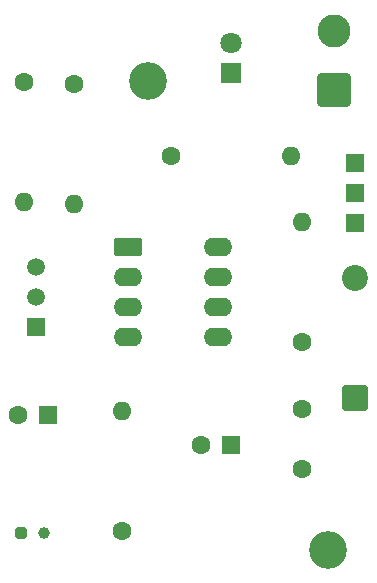
<source format=gbr>
%TF.GenerationSoftware,KiCad,Pcbnew,9.0.2*%
%TF.CreationDate,2025-06-20T15:59:31-04:00*%
%TF.ProjectId,proj02-g05,70726f6a-3032-42d6-9730-352e6b696361,rev?*%
%TF.SameCoordinates,Original*%
%TF.FileFunction,Soldermask,Top*%
%TF.FilePolarity,Negative*%
%FSLAX46Y46*%
G04 Gerber Fmt 4.6, Leading zero omitted, Abs format (unit mm)*
G04 Created by KiCad (PCBNEW 9.0.2) date 2025-06-20 15:59:31*
%MOMM*%
%LPD*%
G01*
G04 APERTURE LIST*
G04 Aperture macros list*
%AMRoundRect*
0 Rectangle with rounded corners*
0 $1 Rounding radius*
0 $2 $3 $4 $5 $6 $7 $8 $9 X,Y pos of 4 corners*
0 Add a 4 corners polygon primitive as box body*
4,1,4,$2,$3,$4,$5,$6,$7,$8,$9,$2,$3,0*
0 Add four circle primitives for the rounded corners*
1,1,$1+$1,$2,$3*
1,1,$1+$1,$4,$5*
1,1,$1+$1,$6,$7*
1,1,$1+$1,$8,$9*
0 Add four rect primitives between the rounded corners*
20,1,$1+$1,$2,$3,$4,$5,0*
20,1,$1+$1,$4,$5,$6,$7,0*
20,1,$1+$1,$6,$7,$8,$9,0*
20,1,$1+$1,$8,$9,$2,$3,0*%
G04 Aperture macros list end*
%ADD10C,1.600000*%
%ADD11O,1.600000X1.600000*%
%ADD12R,1.600000X1.600000*%
%ADD13C,3.200000*%
%ADD14RoundRect,0.250001X1.149999X-1.149999X1.149999X1.149999X-1.149999X1.149999X-1.149999X-1.149999X0*%
%ADD15C,2.800000*%
%ADD16RoundRect,0.249999X0.850001X-0.850001X0.850001X0.850001X-0.850001X0.850001X-0.850001X-0.850001X0*%
%ADD17C,2.200000*%
%ADD18R,1.500000X1.500000*%
%ADD19C,1.500000*%
%ADD20R,1.800000X1.800000*%
%ADD21C,1.800000*%
%ADD22RoundRect,0.250000X-0.250000X-0.250000X0.250000X-0.250000X0.250000X0.250000X-0.250000X0.250000X0*%
%ADD23C,1.000000*%
%ADD24RoundRect,0.250000X-0.950000X-0.550000X0.950000X-0.550000X0.950000X0.550000X-0.950000X0.550000X0*%
%ADD25O,2.400000X1.600000*%
G04 APERTURE END LIST*
D10*
%TO.C,R9*%
X101264733Y-36832233D03*
D11*
X101264733Y-46992233D03*
%TD*%
D10*
%TO.C,R11*%
X113684733Y-43082233D03*
D11*
X123844733Y-43082233D03*
%TD*%
D12*
%TO.C,C5*%
X103264733Y-65082233D03*
D10*
X100764733Y-65082233D03*
%TD*%
D13*
%TO.C,H3*%
X111750000Y-36750000D03*
%TD*%
D14*
%TO.C,J2*%
X127500000Y-37500000D03*
D15*
X127500000Y-32500000D03*
%TD*%
D16*
%TO.C,D13*%
X129250000Y-63580000D03*
D17*
X129250000Y-53420000D03*
%TD*%
D18*
%TO.C,Q1*%
X102264733Y-57582233D03*
D19*
X102264733Y-55042233D03*
X102264733Y-52502233D03*
%TD*%
D12*
%TO.C,C6*%
X118764733Y-67582233D03*
D10*
X116264733Y-67582233D03*
%TD*%
D20*
%TO.C,D11*%
X118764733Y-36107233D03*
D21*
X118764733Y-33567233D03*
%TD*%
D18*
%TO.C,SW2*%
X129250000Y-48830000D03*
X129250000Y-46290000D03*
X129250000Y-43750000D03*
%TD*%
D13*
%TO.C,H4*%
X127000000Y-76500000D03*
%TD*%
D22*
%TO.C,MK1*%
X101014733Y-75082233D03*
D23*
X102914733Y-75082233D03*
%TD*%
D10*
%TO.C,R8*%
X109514733Y-74912233D03*
D11*
X109514733Y-64752233D03*
%TD*%
D10*
%TO.C,R10*%
X105500000Y-37000000D03*
D11*
X105500000Y-47160000D03*
%TD*%
D10*
%TO.C,C7*%
X124764733Y-64582233D03*
X124764733Y-69582233D03*
%TD*%
D24*
%TO.C,U5*%
X110014733Y-50832233D03*
D25*
X110014733Y-53372233D03*
X110014733Y-55912233D03*
X110014733Y-58452233D03*
X117634733Y-58452233D03*
X117634733Y-55912233D03*
X117634733Y-53372233D03*
X117634733Y-50832233D03*
%TD*%
D10*
%TO.C,R12*%
X124764733Y-58912233D03*
D11*
X124764733Y-48752233D03*
%TD*%
M02*

</source>
